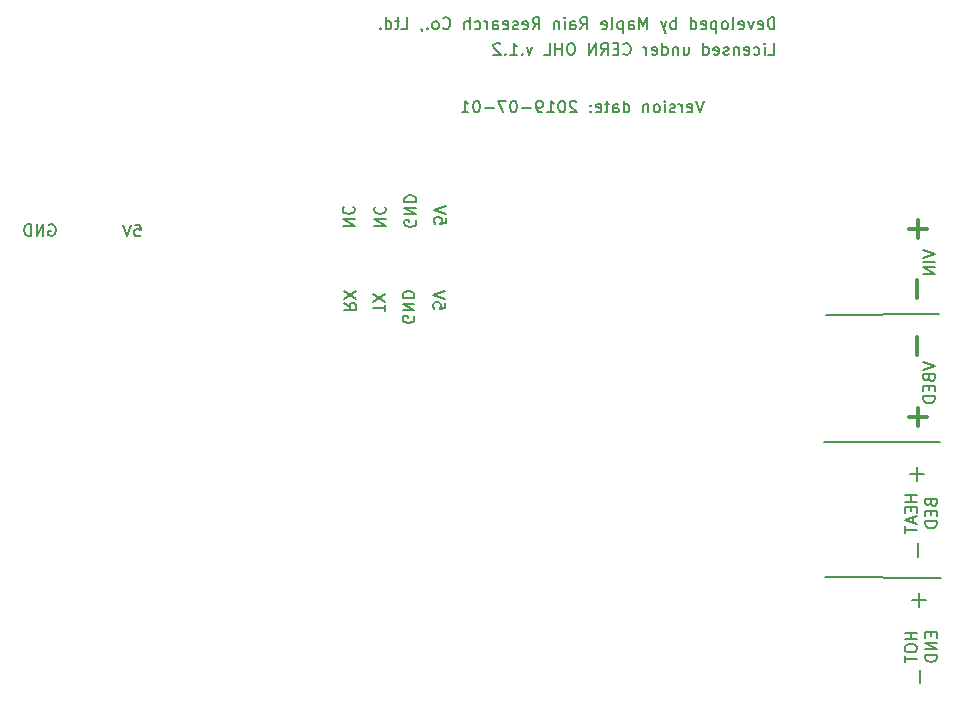
<source format=gbo>
G04 #@! TF.GenerationSoftware,KiCad,Pcbnew,5.0.2-bee76a0~70~ubuntu18.04.1*
G04 #@! TF.CreationDate,2019-07-02T21:44:17+09:00*
G04 #@! TF.ProjectId,MRR_ESPE,4d52525f-4553-4504-952e-6b696361645f,v0.3*
G04 #@! TF.SameCoordinates,Original*
G04 #@! TF.FileFunction,Legend,Bot*
G04 #@! TF.FilePolarity,Positive*
%FSLAX46Y46*%
G04 Gerber Fmt 4.6, Leading zero omitted, Abs format (unit mm)*
G04 Created by KiCad (PCBNEW 5.0.2-bee76a0~70~ubuntu18.04.1) date Tue 02 Jul 2019 09:44:17 PM JST*
%MOMM*%
%LPD*%
G01*
G04 APERTURE LIST*
%ADD10C,0.200000*%
%ADD11C,0.300000*%
G04 APERTURE END LIST*
D10*
X68579904Y-67318000D02*
X68675142Y-67270380D01*
X68818000Y-67270380D01*
X68960857Y-67318000D01*
X69056095Y-67413238D01*
X69103714Y-67508476D01*
X69151333Y-67698952D01*
X69151333Y-67841809D01*
X69103714Y-68032285D01*
X69056095Y-68127523D01*
X68960857Y-68222761D01*
X68818000Y-68270380D01*
X68722761Y-68270380D01*
X68579904Y-68222761D01*
X68532285Y-68175142D01*
X68532285Y-67841809D01*
X68722761Y-67841809D01*
X68103714Y-68270380D02*
X68103714Y-67270380D01*
X67532285Y-68270380D01*
X67532285Y-67270380D01*
X67056095Y-68270380D02*
X67056095Y-67270380D01*
X66818000Y-67270380D01*
X66675142Y-67318000D01*
X66579904Y-67413238D01*
X66532285Y-67508476D01*
X66484666Y-67698952D01*
X66484666Y-67841809D01*
X66532285Y-68032285D01*
X66579904Y-68127523D01*
X66675142Y-68222761D01*
X66818000Y-68270380D01*
X67056095Y-68270380D01*
X75846476Y-67318380D02*
X76322666Y-67318380D01*
X76370285Y-67794571D01*
X76322666Y-67746952D01*
X76227428Y-67699333D01*
X75989333Y-67699333D01*
X75894095Y-67746952D01*
X75846476Y-67794571D01*
X75798857Y-67889809D01*
X75798857Y-68127904D01*
X75846476Y-68223142D01*
X75894095Y-68270761D01*
X75989333Y-68318380D01*
X76227428Y-68318380D01*
X76322666Y-68270761D01*
X76370285Y-68223142D01*
X75513142Y-67318380D02*
X75179809Y-68318380D01*
X74846476Y-67318380D01*
X144150000Y-97200000D02*
X134300000Y-97150000D01*
X144050000Y-85750000D02*
X134200000Y-85750000D01*
X143900000Y-74900000D02*
X134350000Y-74950000D01*
X142052380Y-101859523D02*
X141052380Y-101859523D01*
X141528571Y-101859523D02*
X141528571Y-102430952D01*
X142052380Y-102430952D02*
X141052380Y-102430952D01*
X141052380Y-103097619D02*
X141052380Y-103288095D01*
X141100000Y-103383333D01*
X141195238Y-103478571D01*
X141385714Y-103526190D01*
X141719047Y-103526190D01*
X141909523Y-103478571D01*
X142004761Y-103383333D01*
X142052380Y-103288095D01*
X142052380Y-103097619D01*
X142004761Y-103002380D01*
X141909523Y-102907142D01*
X141719047Y-102859523D01*
X141385714Y-102859523D01*
X141195238Y-102907142D01*
X141100000Y-103002380D01*
X141052380Y-103097619D01*
X141052380Y-103811904D02*
X141052380Y-104383333D01*
X142052380Y-104097619D02*
X141052380Y-104097619D01*
X143228571Y-101811904D02*
X143228571Y-102145238D01*
X143752380Y-102288095D02*
X143752380Y-101811904D01*
X142752380Y-101811904D01*
X142752380Y-102288095D01*
X143752380Y-102716666D02*
X142752380Y-102716666D01*
X143752380Y-103288095D01*
X142752380Y-103288095D01*
X143752380Y-103764285D02*
X142752380Y-103764285D01*
X142752380Y-104002380D01*
X142800000Y-104145238D01*
X142895238Y-104240476D01*
X142990476Y-104288095D01*
X143180952Y-104335714D01*
X143323809Y-104335714D01*
X143514285Y-104288095D01*
X143609523Y-104240476D01*
X143704761Y-104145238D01*
X143752380Y-104002380D01*
X143752380Y-103764285D01*
X142052380Y-90202380D02*
X141052380Y-90202380D01*
X141528571Y-90202380D02*
X141528571Y-90773809D01*
X142052380Y-90773809D02*
X141052380Y-90773809D01*
X141528571Y-91250000D02*
X141528571Y-91583333D01*
X142052380Y-91726190D02*
X142052380Y-91250000D01*
X141052380Y-91250000D01*
X141052380Y-91726190D01*
X141766666Y-92107142D02*
X141766666Y-92583333D01*
X142052380Y-92011904D02*
X141052380Y-92345238D01*
X142052380Y-92678571D01*
X141052380Y-92869047D02*
X141052380Y-93440476D01*
X142052380Y-93154761D02*
X141052380Y-93154761D01*
X143228571Y-90869047D02*
X143276190Y-91011904D01*
X143323809Y-91059523D01*
X143419047Y-91107142D01*
X143561904Y-91107142D01*
X143657142Y-91059523D01*
X143704761Y-91011904D01*
X143752380Y-90916666D01*
X143752380Y-90535714D01*
X142752380Y-90535714D01*
X142752380Y-90869047D01*
X142800000Y-90964285D01*
X142847619Y-91011904D01*
X142942857Y-91059523D01*
X143038095Y-91059523D01*
X143133333Y-91011904D01*
X143180952Y-90964285D01*
X143228571Y-90869047D01*
X143228571Y-90535714D01*
X143228571Y-91535714D02*
X143228571Y-91869047D01*
X143752380Y-92011904D02*
X143752380Y-91535714D01*
X142752380Y-91535714D01*
X142752380Y-92011904D01*
X143752380Y-92440476D02*
X142752380Y-92440476D01*
X142752380Y-92678571D01*
X142800000Y-92821428D01*
X142895238Y-92916666D01*
X142990476Y-92964285D01*
X143180952Y-93011904D01*
X143323809Y-93011904D01*
X143514285Y-92964285D01*
X143609523Y-92916666D01*
X143704761Y-92821428D01*
X143752380Y-92678571D01*
X143752380Y-92440476D01*
X142602380Y-78964285D02*
X143602380Y-79297619D01*
X142602380Y-79630952D01*
X143078571Y-80297619D02*
X143126190Y-80440476D01*
X143173809Y-80488095D01*
X143269047Y-80535714D01*
X143411904Y-80535714D01*
X143507142Y-80488095D01*
X143554761Y-80440476D01*
X143602380Y-80345238D01*
X143602380Y-79964285D01*
X142602380Y-79964285D01*
X142602380Y-80297619D01*
X142650000Y-80392857D01*
X142697619Y-80440476D01*
X142792857Y-80488095D01*
X142888095Y-80488095D01*
X142983333Y-80440476D01*
X143030952Y-80392857D01*
X143078571Y-80297619D01*
X143078571Y-79964285D01*
X143078571Y-80964285D02*
X143078571Y-81297619D01*
X143602380Y-81440476D02*
X143602380Y-80964285D01*
X142602380Y-80964285D01*
X142602380Y-81440476D01*
X143602380Y-81869047D02*
X142602380Y-81869047D01*
X142602380Y-82107142D01*
X142650000Y-82250000D01*
X142745238Y-82345238D01*
X142840476Y-82392857D01*
X143030952Y-82440476D01*
X143173809Y-82440476D01*
X143364285Y-82392857D01*
X143459523Y-82345238D01*
X143554761Y-82250000D01*
X143602380Y-82107142D01*
X143602380Y-81869047D01*
X142602380Y-69454761D02*
X143602380Y-69788095D01*
X142602380Y-70121428D01*
X143602380Y-70454761D02*
X142602380Y-70454761D01*
X143602380Y-70930952D02*
X142602380Y-70930952D01*
X143602380Y-71502380D01*
X142602380Y-71502380D01*
X142317142Y-106136428D02*
X142317142Y-104993571D01*
X142242142Y-99686428D02*
X142242142Y-98543571D01*
X142813571Y-99115000D02*
X141670714Y-99115000D01*
X142057142Y-89006428D02*
X142057142Y-87863571D01*
X142628571Y-88435000D02*
X141485714Y-88435000D01*
X142132142Y-95456428D02*
X142132142Y-94313571D01*
D11*
X141398095Y-67722857D02*
X142921904Y-67722857D01*
X142160000Y-68484761D02*
X142160000Y-66960952D01*
X142052857Y-73541904D02*
X142052857Y-72018095D01*
X141438095Y-83612857D02*
X142961904Y-83612857D01*
X142200000Y-84374761D02*
X142200000Y-82850952D01*
X142082857Y-78331904D02*
X142082857Y-76808095D01*
D10*
X124007714Y-56810380D02*
X123674380Y-57810380D01*
X123341047Y-56810380D01*
X122626761Y-57762761D02*
X122722000Y-57810380D01*
X122912476Y-57810380D01*
X123007714Y-57762761D01*
X123055333Y-57667523D01*
X123055333Y-57286571D01*
X123007714Y-57191333D01*
X122912476Y-57143714D01*
X122722000Y-57143714D01*
X122626761Y-57191333D01*
X122579142Y-57286571D01*
X122579142Y-57381809D01*
X123055333Y-57477047D01*
X122150571Y-57810380D02*
X122150571Y-57143714D01*
X122150571Y-57334190D02*
X122102952Y-57238952D01*
X122055333Y-57191333D01*
X121960095Y-57143714D01*
X121864857Y-57143714D01*
X121579142Y-57762761D02*
X121483904Y-57810380D01*
X121293428Y-57810380D01*
X121198190Y-57762761D01*
X121150571Y-57667523D01*
X121150571Y-57619904D01*
X121198190Y-57524666D01*
X121293428Y-57477047D01*
X121436285Y-57477047D01*
X121531523Y-57429428D01*
X121579142Y-57334190D01*
X121579142Y-57286571D01*
X121531523Y-57191333D01*
X121436285Y-57143714D01*
X121293428Y-57143714D01*
X121198190Y-57191333D01*
X120721999Y-57810380D02*
X120721999Y-57143714D01*
X120721999Y-56810380D02*
X120769619Y-56858000D01*
X120721999Y-56905619D01*
X120674380Y-56858000D01*
X120721999Y-56810380D01*
X120721999Y-56905619D01*
X120102952Y-57810380D02*
X120198190Y-57762761D01*
X120245809Y-57715142D01*
X120293428Y-57619904D01*
X120293428Y-57334190D01*
X120245809Y-57238952D01*
X120198190Y-57191333D01*
X120102952Y-57143714D01*
X119960095Y-57143714D01*
X119864857Y-57191333D01*
X119817238Y-57238952D01*
X119769619Y-57334190D01*
X119769619Y-57619904D01*
X119817238Y-57715142D01*
X119864857Y-57762761D01*
X119960095Y-57810380D01*
X120102952Y-57810380D01*
X119341047Y-57143714D02*
X119341047Y-57810380D01*
X119341047Y-57238952D02*
X119293428Y-57191333D01*
X119198190Y-57143714D01*
X119055333Y-57143714D01*
X118960095Y-57191333D01*
X118912476Y-57286571D01*
X118912476Y-57810380D01*
X117245809Y-57810380D02*
X117245809Y-56810380D01*
X117245809Y-57762761D02*
X117341047Y-57810380D01*
X117531523Y-57810380D01*
X117626761Y-57762761D01*
X117674380Y-57715142D01*
X117721999Y-57619904D01*
X117721999Y-57334190D01*
X117674380Y-57238952D01*
X117626761Y-57191333D01*
X117531523Y-57143714D01*
X117341047Y-57143714D01*
X117245809Y-57191333D01*
X116341047Y-57810380D02*
X116341047Y-57286571D01*
X116388666Y-57191333D01*
X116483904Y-57143714D01*
X116674380Y-57143714D01*
X116769619Y-57191333D01*
X116341047Y-57762761D02*
X116436285Y-57810380D01*
X116674380Y-57810380D01*
X116769619Y-57762761D01*
X116817238Y-57667523D01*
X116817238Y-57572285D01*
X116769619Y-57477047D01*
X116674380Y-57429428D01*
X116436285Y-57429428D01*
X116341047Y-57381809D01*
X116007714Y-57143714D02*
X115626761Y-57143714D01*
X115864857Y-56810380D02*
X115864857Y-57667523D01*
X115817238Y-57762761D01*
X115721999Y-57810380D01*
X115626761Y-57810380D01*
X114912476Y-57762761D02*
X115007714Y-57810380D01*
X115198190Y-57810380D01*
X115293428Y-57762761D01*
X115341047Y-57667523D01*
X115341047Y-57286571D01*
X115293428Y-57191333D01*
X115198190Y-57143714D01*
X115007714Y-57143714D01*
X114912476Y-57191333D01*
X114864857Y-57286571D01*
X114864857Y-57381809D01*
X115341047Y-57477047D01*
X114436285Y-57715142D02*
X114388666Y-57762761D01*
X114436285Y-57810380D01*
X114483904Y-57762761D01*
X114436285Y-57715142D01*
X114436285Y-57810380D01*
X114436285Y-57191333D02*
X114388666Y-57238952D01*
X114436285Y-57286571D01*
X114483904Y-57238952D01*
X114436285Y-57191333D01*
X114436285Y-57286571D01*
X113245809Y-56905619D02*
X113198190Y-56858000D01*
X113102952Y-56810380D01*
X112864857Y-56810380D01*
X112769619Y-56858000D01*
X112721999Y-56905619D01*
X112674380Y-57000857D01*
X112674380Y-57096095D01*
X112721999Y-57238952D01*
X113293428Y-57810380D01*
X112674380Y-57810380D01*
X112055333Y-56810380D02*
X111960095Y-56810380D01*
X111864857Y-56858000D01*
X111817238Y-56905619D01*
X111769619Y-57000857D01*
X111721999Y-57191333D01*
X111721999Y-57429428D01*
X111769619Y-57619904D01*
X111817238Y-57715142D01*
X111864857Y-57762761D01*
X111960095Y-57810380D01*
X112055333Y-57810380D01*
X112150571Y-57762761D01*
X112198190Y-57715142D01*
X112245809Y-57619904D01*
X112293428Y-57429428D01*
X112293428Y-57191333D01*
X112245809Y-57000857D01*
X112198190Y-56905619D01*
X112150571Y-56858000D01*
X112055333Y-56810380D01*
X110769619Y-57810380D02*
X111341047Y-57810380D01*
X111055333Y-57810380D02*
X111055333Y-56810380D01*
X111150571Y-56953238D01*
X111245809Y-57048476D01*
X111341047Y-57096095D01*
X110293428Y-57810380D02*
X110102952Y-57810380D01*
X110007714Y-57762761D01*
X109960095Y-57715142D01*
X109864857Y-57572285D01*
X109817238Y-57381809D01*
X109817238Y-57000857D01*
X109864857Y-56905619D01*
X109912476Y-56858000D01*
X110007714Y-56810380D01*
X110198190Y-56810380D01*
X110293428Y-56858000D01*
X110341047Y-56905619D01*
X110388666Y-57000857D01*
X110388666Y-57238952D01*
X110341047Y-57334190D01*
X110293428Y-57381809D01*
X110198190Y-57429428D01*
X110007714Y-57429428D01*
X109912476Y-57381809D01*
X109864857Y-57334190D01*
X109817238Y-57238952D01*
X109388666Y-57429428D02*
X108626761Y-57429428D01*
X107960095Y-56810380D02*
X107864857Y-56810380D01*
X107769619Y-56858000D01*
X107721999Y-56905619D01*
X107674380Y-57000857D01*
X107626761Y-57191333D01*
X107626761Y-57429428D01*
X107674380Y-57619904D01*
X107721999Y-57715142D01*
X107769619Y-57762761D01*
X107864857Y-57810380D01*
X107960095Y-57810380D01*
X108055333Y-57762761D01*
X108102952Y-57715142D01*
X108150571Y-57619904D01*
X108198190Y-57429428D01*
X108198190Y-57191333D01*
X108150571Y-57000857D01*
X108102952Y-56905619D01*
X108055333Y-56858000D01*
X107960095Y-56810380D01*
X107293428Y-56810380D02*
X106626761Y-56810380D01*
X107055333Y-57810380D01*
X106245809Y-57429428D02*
X105483904Y-57429428D01*
X104817238Y-56810380D02*
X104721999Y-56810380D01*
X104626761Y-56858000D01*
X104579142Y-56905619D01*
X104531523Y-57000857D01*
X104483904Y-57191333D01*
X104483904Y-57429428D01*
X104531523Y-57619904D01*
X104579142Y-57715142D01*
X104626761Y-57762761D01*
X104721999Y-57810380D01*
X104817238Y-57810380D01*
X104912476Y-57762761D01*
X104960095Y-57715142D01*
X105007714Y-57619904D01*
X105055333Y-57429428D01*
X105055333Y-57191333D01*
X105007714Y-57000857D01*
X104960095Y-56905619D01*
X104912476Y-56858000D01*
X104817238Y-56810380D01*
X103531523Y-57810380D02*
X104102952Y-57810380D01*
X103817238Y-57810380D02*
X103817238Y-56810380D01*
X103912476Y-56953238D01*
X104007714Y-57048476D01*
X104102952Y-57096095D01*
X130002476Y-50770380D02*
X130002476Y-49770380D01*
X129764380Y-49770380D01*
X129621523Y-49818000D01*
X129526285Y-49913238D01*
X129478666Y-50008476D01*
X129431047Y-50198952D01*
X129431047Y-50341809D01*
X129478666Y-50532285D01*
X129526285Y-50627523D01*
X129621523Y-50722761D01*
X129764380Y-50770380D01*
X130002476Y-50770380D01*
X128621523Y-50722761D02*
X128716761Y-50770380D01*
X128907238Y-50770380D01*
X129002476Y-50722761D01*
X129050095Y-50627523D01*
X129050095Y-50246571D01*
X129002476Y-50151333D01*
X128907238Y-50103714D01*
X128716761Y-50103714D01*
X128621523Y-50151333D01*
X128573904Y-50246571D01*
X128573904Y-50341809D01*
X129050095Y-50437047D01*
X128240571Y-50103714D02*
X128002476Y-50770380D01*
X127764380Y-50103714D01*
X127002476Y-50722761D02*
X127097714Y-50770380D01*
X127288190Y-50770380D01*
X127383428Y-50722761D01*
X127431047Y-50627523D01*
X127431047Y-50246571D01*
X127383428Y-50151333D01*
X127288190Y-50103714D01*
X127097714Y-50103714D01*
X127002476Y-50151333D01*
X126954857Y-50246571D01*
X126954857Y-50341809D01*
X127431047Y-50437047D01*
X126383428Y-50770380D02*
X126478666Y-50722761D01*
X126526285Y-50627523D01*
X126526285Y-49770380D01*
X125859619Y-50770380D02*
X125954857Y-50722761D01*
X126002476Y-50675142D01*
X126050095Y-50579904D01*
X126050095Y-50294190D01*
X126002476Y-50198952D01*
X125954857Y-50151333D01*
X125859619Y-50103714D01*
X125716761Y-50103714D01*
X125621523Y-50151333D01*
X125573904Y-50198952D01*
X125526285Y-50294190D01*
X125526285Y-50579904D01*
X125573904Y-50675142D01*
X125621523Y-50722761D01*
X125716761Y-50770380D01*
X125859619Y-50770380D01*
X125097714Y-50103714D02*
X125097714Y-51103714D01*
X125097714Y-50151333D02*
X125002476Y-50103714D01*
X124812000Y-50103714D01*
X124716761Y-50151333D01*
X124669142Y-50198952D01*
X124621523Y-50294190D01*
X124621523Y-50579904D01*
X124669142Y-50675142D01*
X124716761Y-50722761D01*
X124812000Y-50770380D01*
X125002476Y-50770380D01*
X125097714Y-50722761D01*
X123812000Y-50722761D02*
X123907238Y-50770380D01*
X124097714Y-50770380D01*
X124192952Y-50722761D01*
X124240571Y-50627523D01*
X124240571Y-50246571D01*
X124192952Y-50151333D01*
X124097714Y-50103714D01*
X123907238Y-50103714D01*
X123812000Y-50151333D01*
X123764380Y-50246571D01*
X123764380Y-50341809D01*
X124240571Y-50437047D01*
X122907238Y-50770380D02*
X122907238Y-49770380D01*
X122907238Y-50722761D02*
X123002476Y-50770380D01*
X123192952Y-50770380D01*
X123288190Y-50722761D01*
X123335809Y-50675142D01*
X123383428Y-50579904D01*
X123383428Y-50294190D01*
X123335809Y-50198952D01*
X123288190Y-50151333D01*
X123192952Y-50103714D01*
X123002476Y-50103714D01*
X122907238Y-50151333D01*
X121669142Y-50770380D02*
X121669142Y-49770380D01*
X121669142Y-50151333D02*
X121573904Y-50103714D01*
X121383428Y-50103714D01*
X121288190Y-50151333D01*
X121240571Y-50198952D01*
X121192952Y-50294190D01*
X121192952Y-50579904D01*
X121240571Y-50675142D01*
X121288190Y-50722761D01*
X121383428Y-50770380D01*
X121573904Y-50770380D01*
X121669142Y-50722761D01*
X120859619Y-50103714D02*
X120621523Y-50770380D01*
X120383428Y-50103714D02*
X120621523Y-50770380D01*
X120716761Y-51008476D01*
X120764380Y-51056095D01*
X120859619Y-51103714D01*
X119240571Y-50770380D02*
X119240571Y-49770380D01*
X118907238Y-50484666D01*
X118573904Y-49770380D01*
X118573904Y-50770380D01*
X117669142Y-50770380D02*
X117669142Y-50246571D01*
X117716761Y-50151333D01*
X117812000Y-50103714D01*
X118002476Y-50103714D01*
X118097714Y-50151333D01*
X117669142Y-50722761D02*
X117764380Y-50770380D01*
X118002476Y-50770380D01*
X118097714Y-50722761D01*
X118145333Y-50627523D01*
X118145333Y-50532285D01*
X118097714Y-50437047D01*
X118002476Y-50389428D01*
X117764380Y-50389428D01*
X117669142Y-50341809D01*
X117192952Y-50103714D02*
X117192952Y-51103714D01*
X117192952Y-50151333D02*
X117097714Y-50103714D01*
X116907238Y-50103714D01*
X116812000Y-50151333D01*
X116764380Y-50198952D01*
X116716761Y-50294190D01*
X116716761Y-50579904D01*
X116764380Y-50675142D01*
X116812000Y-50722761D01*
X116907238Y-50770380D01*
X117097714Y-50770380D01*
X117192952Y-50722761D01*
X116145333Y-50770380D02*
X116240571Y-50722761D01*
X116288190Y-50627523D01*
X116288190Y-49770380D01*
X115383428Y-50722761D02*
X115478666Y-50770380D01*
X115669142Y-50770380D01*
X115764380Y-50722761D01*
X115812000Y-50627523D01*
X115812000Y-50246571D01*
X115764380Y-50151333D01*
X115669142Y-50103714D01*
X115478666Y-50103714D01*
X115383428Y-50151333D01*
X115335809Y-50246571D01*
X115335809Y-50341809D01*
X115812000Y-50437047D01*
X113573904Y-50770380D02*
X113907238Y-50294190D01*
X114145333Y-50770380D02*
X114145333Y-49770380D01*
X113764380Y-49770380D01*
X113669142Y-49818000D01*
X113621523Y-49865619D01*
X113573904Y-49960857D01*
X113573904Y-50103714D01*
X113621523Y-50198952D01*
X113669142Y-50246571D01*
X113764380Y-50294190D01*
X114145333Y-50294190D01*
X112716761Y-50770380D02*
X112716761Y-50246571D01*
X112764380Y-50151333D01*
X112859619Y-50103714D01*
X113050095Y-50103714D01*
X113145333Y-50151333D01*
X112716761Y-50722761D02*
X112812000Y-50770380D01*
X113050095Y-50770380D01*
X113145333Y-50722761D01*
X113192952Y-50627523D01*
X113192952Y-50532285D01*
X113145333Y-50437047D01*
X113050095Y-50389428D01*
X112812000Y-50389428D01*
X112716761Y-50341809D01*
X112240571Y-50770380D02*
X112240571Y-50103714D01*
X112240571Y-49770380D02*
X112288190Y-49818000D01*
X112240571Y-49865619D01*
X112192952Y-49818000D01*
X112240571Y-49770380D01*
X112240571Y-49865619D01*
X111764380Y-50103714D02*
X111764380Y-50770380D01*
X111764380Y-50198952D02*
X111716761Y-50151333D01*
X111621523Y-50103714D01*
X111478666Y-50103714D01*
X111383428Y-50151333D01*
X111335809Y-50246571D01*
X111335809Y-50770380D01*
X109526285Y-50770380D02*
X109859619Y-50294190D01*
X110097714Y-50770380D02*
X110097714Y-49770380D01*
X109716761Y-49770380D01*
X109621523Y-49818000D01*
X109573904Y-49865619D01*
X109526285Y-49960857D01*
X109526285Y-50103714D01*
X109573904Y-50198952D01*
X109621523Y-50246571D01*
X109716761Y-50294190D01*
X110097714Y-50294190D01*
X108716761Y-50722761D02*
X108812000Y-50770380D01*
X109002476Y-50770380D01*
X109097714Y-50722761D01*
X109145333Y-50627523D01*
X109145333Y-50246571D01*
X109097714Y-50151333D01*
X109002476Y-50103714D01*
X108812000Y-50103714D01*
X108716761Y-50151333D01*
X108669142Y-50246571D01*
X108669142Y-50341809D01*
X109145333Y-50437047D01*
X108288190Y-50722761D02*
X108192952Y-50770380D01*
X108002476Y-50770380D01*
X107907238Y-50722761D01*
X107859619Y-50627523D01*
X107859619Y-50579904D01*
X107907238Y-50484666D01*
X108002476Y-50437047D01*
X108145333Y-50437047D01*
X108240571Y-50389428D01*
X108288190Y-50294190D01*
X108288190Y-50246571D01*
X108240571Y-50151333D01*
X108145333Y-50103714D01*
X108002476Y-50103714D01*
X107907238Y-50151333D01*
X107050095Y-50722761D02*
X107145333Y-50770380D01*
X107335809Y-50770380D01*
X107431047Y-50722761D01*
X107478666Y-50627523D01*
X107478666Y-50246571D01*
X107431047Y-50151333D01*
X107335809Y-50103714D01*
X107145333Y-50103714D01*
X107050095Y-50151333D01*
X107002476Y-50246571D01*
X107002476Y-50341809D01*
X107478666Y-50437047D01*
X106145333Y-50770380D02*
X106145333Y-50246571D01*
X106192952Y-50151333D01*
X106288190Y-50103714D01*
X106478666Y-50103714D01*
X106573904Y-50151333D01*
X106145333Y-50722761D02*
X106240571Y-50770380D01*
X106478666Y-50770380D01*
X106573904Y-50722761D01*
X106621523Y-50627523D01*
X106621523Y-50532285D01*
X106573904Y-50437047D01*
X106478666Y-50389428D01*
X106240571Y-50389428D01*
X106145333Y-50341809D01*
X105669142Y-50770380D02*
X105669142Y-50103714D01*
X105669142Y-50294190D02*
X105621523Y-50198952D01*
X105573904Y-50151333D01*
X105478666Y-50103714D01*
X105383428Y-50103714D01*
X104621523Y-50722761D02*
X104716761Y-50770380D01*
X104907238Y-50770380D01*
X105002476Y-50722761D01*
X105050095Y-50675142D01*
X105097714Y-50579904D01*
X105097714Y-50294190D01*
X105050095Y-50198952D01*
X105002476Y-50151333D01*
X104907238Y-50103714D01*
X104716761Y-50103714D01*
X104621523Y-50151333D01*
X104192952Y-50770380D02*
X104192952Y-49770380D01*
X103764380Y-50770380D02*
X103764380Y-50246571D01*
X103812000Y-50151333D01*
X103907238Y-50103714D01*
X104050095Y-50103714D01*
X104145333Y-50151333D01*
X104192952Y-50198952D01*
X101954857Y-50675142D02*
X102002476Y-50722761D01*
X102145333Y-50770380D01*
X102240571Y-50770380D01*
X102383428Y-50722761D01*
X102478666Y-50627523D01*
X102526285Y-50532285D01*
X102573904Y-50341809D01*
X102573904Y-50198952D01*
X102526285Y-50008476D01*
X102478666Y-49913238D01*
X102383428Y-49818000D01*
X102240571Y-49770380D01*
X102145333Y-49770380D01*
X102002476Y-49818000D01*
X101954857Y-49865619D01*
X101383428Y-50770380D02*
X101478666Y-50722761D01*
X101526285Y-50675142D01*
X101573904Y-50579904D01*
X101573904Y-50294190D01*
X101526285Y-50198952D01*
X101478666Y-50151333D01*
X101383428Y-50103714D01*
X101240571Y-50103714D01*
X101145333Y-50151333D01*
X101097714Y-50198952D01*
X101050095Y-50294190D01*
X101050095Y-50579904D01*
X101097714Y-50675142D01*
X101145333Y-50722761D01*
X101240571Y-50770380D01*
X101383428Y-50770380D01*
X100621523Y-50675142D02*
X100573904Y-50722761D01*
X100621523Y-50770380D01*
X100669142Y-50722761D01*
X100621523Y-50675142D01*
X100621523Y-50770380D01*
X100097714Y-50722761D02*
X100097714Y-50770380D01*
X100145333Y-50865619D01*
X100192952Y-50913238D01*
X98431047Y-50770380D02*
X98907238Y-50770380D01*
X98907238Y-49770380D01*
X98240571Y-50103714D02*
X97859619Y-50103714D01*
X98097714Y-49770380D02*
X98097714Y-50627523D01*
X98050095Y-50722761D01*
X97954857Y-50770380D01*
X97859619Y-50770380D01*
X97097714Y-50770380D02*
X97097714Y-49770380D01*
X97097714Y-50722761D02*
X97192952Y-50770380D01*
X97383428Y-50770380D01*
X97478666Y-50722761D01*
X97526285Y-50675142D01*
X97573904Y-50579904D01*
X97573904Y-50294190D01*
X97526285Y-50198952D01*
X97478666Y-50151333D01*
X97383428Y-50103714D01*
X97192952Y-50103714D01*
X97097714Y-50151333D01*
X96621523Y-50675142D02*
X96573904Y-50722761D01*
X96621523Y-50770380D01*
X96669142Y-50722761D01*
X96621523Y-50675142D01*
X96621523Y-50770380D01*
X129502952Y-52950380D02*
X129979142Y-52950380D01*
X129979142Y-51950380D01*
X129169619Y-52950380D02*
X129169619Y-52283714D01*
X129169619Y-51950380D02*
X129217238Y-51998000D01*
X129169619Y-52045619D01*
X129122000Y-51998000D01*
X129169619Y-51950380D01*
X129169619Y-52045619D01*
X128264857Y-52902761D02*
X128360095Y-52950380D01*
X128550571Y-52950380D01*
X128645809Y-52902761D01*
X128693428Y-52855142D01*
X128741047Y-52759904D01*
X128741047Y-52474190D01*
X128693428Y-52378952D01*
X128645809Y-52331333D01*
X128550571Y-52283714D01*
X128360095Y-52283714D01*
X128264857Y-52331333D01*
X127455333Y-52902761D02*
X127550571Y-52950380D01*
X127741047Y-52950380D01*
X127836285Y-52902761D01*
X127883904Y-52807523D01*
X127883904Y-52426571D01*
X127836285Y-52331333D01*
X127741047Y-52283714D01*
X127550571Y-52283714D01*
X127455333Y-52331333D01*
X127407714Y-52426571D01*
X127407714Y-52521809D01*
X127883904Y-52617047D01*
X126979142Y-52283714D02*
X126979142Y-52950380D01*
X126979142Y-52378952D02*
X126931523Y-52331333D01*
X126836285Y-52283714D01*
X126693428Y-52283714D01*
X126598190Y-52331333D01*
X126550571Y-52426571D01*
X126550571Y-52950380D01*
X126122000Y-52902761D02*
X126026761Y-52950380D01*
X125836285Y-52950380D01*
X125741047Y-52902761D01*
X125693428Y-52807523D01*
X125693428Y-52759904D01*
X125741047Y-52664666D01*
X125836285Y-52617047D01*
X125979142Y-52617047D01*
X126074380Y-52569428D01*
X126122000Y-52474190D01*
X126122000Y-52426571D01*
X126074380Y-52331333D01*
X125979142Y-52283714D01*
X125836285Y-52283714D01*
X125741047Y-52331333D01*
X124883904Y-52902761D02*
X124979142Y-52950380D01*
X125169619Y-52950380D01*
X125264857Y-52902761D01*
X125312476Y-52807523D01*
X125312476Y-52426571D01*
X125264857Y-52331333D01*
X125169619Y-52283714D01*
X124979142Y-52283714D01*
X124883904Y-52331333D01*
X124836285Y-52426571D01*
X124836285Y-52521809D01*
X125312476Y-52617047D01*
X123979142Y-52950380D02*
X123979142Y-51950380D01*
X123979142Y-52902761D02*
X124074380Y-52950380D01*
X124264857Y-52950380D01*
X124360095Y-52902761D01*
X124407714Y-52855142D01*
X124455333Y-52759904D01*
X124455333Y-52474190D01*
X124407714Y-52378952D01*
X124360095Y-52331333D01*
X124264857Y-52283714D01*
X124074380Y-52283714D01*
X123979142Y-52331333D01*
X122312476Y-52283714D02*
X122312476Y-52950380D01*
X122741047Y-52283714D02*
X122741047Y-52807523D01*
X122693428Y-52902761D01*
X122598190Y-52950380D01*
X122455333Y-52950380D01*
X122360095Y-52902761D01*
X122312476Y-52855142D01*
X121836285Y-52283714D02*
X121836285Y-52950380D01*
X121836285Y-52378952D02*
X121788666Y-52331333D01*
X121693428Y-52283714D01*
X121550571Y-52283714D01*
X121455333Y-52331333D01*
X121407714Y-52426571D01*
X121407714Y-52950380D01*
X120502952Y-52950380D02*
X120502952Y-51950380D01*
X120502952Y-52902761D02*
X120598190Y-52950380D01*
X120788666Y-52950380D01*
X120883904Y-52902761D01*
X120931523Y-52855142D01*
X120979142Y-52759904D01*
X120979142Y-52474190D01*
X120931523Y-52378952D01*
X120883904Y-52331333D01*
X120788666Y-52283714D01*
X120598190Y-52283714D01*
X120502952Y-52331333D01*
X119645809Y-52902761D02*
X119741047Y-52950380D01*
X119931523Y-52950380D01*
X120026761Y-52902761D01*
X120074380Y-52807523D01*
X120074380Y-52426571D01*
X120026761Y-52331333D01*
X119931523Y-52283714D01*
X119741047Y-52283714D01*
X119645809Y-52331333D01*
X119598190Y-52426571D01*
X119598190Y-52521809D01*
X120074380Y-52617047D01*
X119169619Y-52950380D02*
X119169619Y-52283714D01*
X119169619Y-52474190D02*
X119122000Y-52378952D01*
X119074380Y-52331333D01*
X118979142Y-52283714D01*
X118883904Y-52283714D01*
X117217238Y-52855142D02*
X117264857Y-52902761D01*
X117407714Y-52950380D01*
X117502952Y-52950380D01*
X117645809Y-52902761D01*
X117741047Y-52807523D01*
X117788666Y-52712285D01*
X117836285Y-52521809D01*
X117836285Y-52378952D01*
X117788666Y-52188476D01*
X117741047Y-52093238D01*
X117645809Y-51998000D01*
X117502952Y-51950380D01*
X117407714Y-51950380D01*
X117264857Y-51998000D01*
X117217238Y-52045619D01*
X116788666Y-52426571D02*
X116455333Y-52426571D01*
X116312476Y-52950380D02*
X116788666Y-52950380D01*
X116788666Y-51950380D01*
X116312476Y-51950380D01*
X115312476Y-52950380D02*
X115645809Y-52474190D01*
X115883904Y-52950380D02*
X115883904Y-51950380D01*
X115502952Y-51950380D01*
X115407714Y-51998000D01*
X115360095Y-52045619D01*
X115312476Y-52140857D01*
X115312476Y-52283714D01*
X115360095Y-52378952D01*
X115407714Y-52426571D01*
X115502952Y-52474190D01*
X115883904Y-52474190D01*
X114883904Y-52950380D02*
X114883904Y-51950380D01*
X114312476Y-52950380D01*
X114312476Y-51950380D01*
X112883904Y-51950380D02*
X112693428Y-51950380D01*
X112598190Y-51998000D01*
X112502952Y-52093238D01*
X112455333Y-52283714D01*
X112455333Y-52617047D01*
X112502952Y-52807523D01*
X112598190Y-52902761D01*
X112693428Y-52950380D01*
X112883904Y-52950380D01*
X112979142Y-52902761D01*
X113074380Y-52807523D01*
X113122000Y-52617047D01*
X113122000Y-52283714D01*
X113074380Y-52093238D01*
X112979142Y-51998000D01*
X112883904Y-51950380D01*
X112026761Y-52950380D02*
X112026761Y-51950380D01*
X112026761Y-52426571D02*
X111455333Y-52426571D01*
X111455333Y-52950380D02*
X111455333Y-51950380D01*
X110502952Y-52950380D02*
X110979142Y-52950380D01*
X110979142Y-51950380D01*
X109502952Y-52283714D02*
X109264857Y-52950380D01*
X109026761Y-52283714D01*
X108645809Y-52855142D02*
X108598190Y-52902761D01*
X108645809Y-52950380D01*
X108693428Y-52902761D01*
X108645809Y-52855142D01*
X108645809Y-52950380D01*
X107645809Y-52950380D02*
X108217238Y-52950380D01*
X107931523Y-52950380D02*
X107931523Y-51950380D01*
X108026761Y-52093238D01*
X108122000Y-52188476D01*
X108217238Y-52236095D01*
X107217238Y-52855142D02*
X107169619Y-52902761D01*
X107217238Y-52950380D01*
X107264857Y-52902761D01*
X107217238Y-52855142D01*
X107217238Y-52950380D01*
X106788666Y-52045619D02*
X106741047Y-51998000D01*
X106645809Y-51950380D01*
X106407714Y-51950380D01*
X106312476Y-51998000D01*
X106264857Y-52045619D01*
X106217238Y-52140857D01*
X106217238Y-52236095D01*
X106264857Y-52378952D01*
X106836285Y-52950380D01*
X106217238Y-52950380D01*
X93552819Y-73941683D02*
X94029009Y-74275017D01*
X93552819Y-74513112D02*
X94552819Y-74513112D01*
X94552819Y-74132159D01*
X94505200Y-74036921D01*
X94457580Y-73989302D01*
X94362342Y-73941683D01*
X94219485Y-73941683D01*
X94124247Y-73989302D01*
X94076628Y-74036921D01*
X94029009Y-74132159D01*
X94029009Y-74513112D01*
X94552819Y-73608350D02*
X93552819Y-72941683D01*
X94552819Y-72941683D02*
X93552819Y-73608350D01*
X97052819Y-74661921D02*
X97052819Y-74090493D01*
X96052819Y-74376207D02*
X97052819Y-74376207D01*
X97052819Y-73852397D02*
X96052819Y-73185731D01*
X97052819Y-73185731D02*
X96052819Y-73852397D01*
X93452819Y-67410731D02*
X94452819Y-67410731D01*
X93452819Y-66839302D01*
X94452819Y-66839302D01*
X93548057Y-65791683D02*
X93500438Y-65839302D01*
X93452819Y-65982159D01*
X93452819Y-66077397D01*
X93500438Y-66220255D01*
X93595676Y-66315493D01*
X93690914Y-66363112D01*
X93881390Y-66410731D01*
X94024247Y-66410731D01*
X94214723Y-66363112D01*
X94309961Y-66315493D01*
X94405200Y-66220255D01*
X94452819Y-66077397D01*
X94452819Y-65982159D01*
X94405200Y-65839302D01*
X94357580Y-65791683D01*
X96102819Y-67410731D02*
X97102819Y-67410731D01*
X96102819Y-66839302D01*
X97102819Y-66839302D01*
X96198057Y-65791683D02*
X96150438Y-65839302D01*
X96102819Y-65982159D01*
X96102819Y-66077397D01*
X96150438Y-66220255D01*
X96245676Y-66315493D01*
X96340914Y-66363112D01*
X96531390Y-66410731D01*
X96674247Y-66410731D01*
X96864723Y-66363112D01*
X96959961Y-66315493D01*
X97055200Y-66220255D01*
X97102819Y-66077397D01*
X97102819Y-65982159D01*
X97055200Y-65839302D01*
X97007580Y-65791683D01*
X99630200Y-66936921D02*
X99677819Y-67032159D01*
X99677819Y-67175017D01*
X99630200Y-67317874D01*
X99534961Y-67413112D01*
X99439723Y-67460731D01*
X99249247Y-67508350D01*
X99106390Y-67508350D01*
X98915914Y-67460731D01*
X98820676Y-67413112D01*
X98725438Y-67317874D01*
X98677819Y-67175017D01*
X98677819Y-67079778D01*
X98725438Y-66936921D01*
X98773057Y-66889302D01*
X99106390Y-66889302D01*
X99106390Y-67079778D01*
X98677819Y-66460731D02*
X99677819Y-66460731D01*
X98677819Y-65889302D01*
X99677819Y-65889302D01*
X98677819Y-65413112D02*
X99677819Y-65413112D01*
X99677819Y-65175017D01*
X99630200Y-65032159D01*
X99534961Y-64936921D01*
X99439723Y-64889302D01*
X99249247Y-64841683D01*
X99106390Y-64841683D01*
X98915914Y-64889302D01*
X98820676Y-64936921D01*
X98725438Y-65032159D01*
X98677819Y-65175017D01*
X98677819Y-65413112D01*
X99480200Y-75061921D02*
X99527819Y-75157159D01*
X99527819Y-75300017D01*
X99480200Y-75442874D01*
X99384961Y-75538112D01*
X99289723Y-75585731D01*
X99099247Y-75633350D01*
X98956390Y-75633350D01*
X98765914Y-75585731D01*
X98670676Y-75538112D01*
X98575438Y-75442874D01*
X98527819Y-75300017D01*
X98527819Y-75204778D01*
X98575438Y-75061921D01*
X98623057Y-75014302D01*
X98956390Y-75014302D01*
X98956390Y-75204778D01*
X98527819Y-74585731D02*
X99527819Y-74585731D01*
X98527819Y-74014302D01*
X99527819Y-74014302D01*
X98527819Y-73538112D02*
X99527819Y-73538112D01*
X99527819Y-73300017D01*
X99480200Y-73157159D01*
X99384961Y-73061921D01*
X99289723Y-73014302D01*
X99099247Y-72966683D01*
X98956390Y-72966683D01*
X98765914Y-73014302D01*
X98670676Y-73061921D01*
X98575438Y-73157159D01*
X98527819Y-73300017D01*
X98527819Y-73538112D01*
X102127819Y-73940493D02*
X102127819Y-74416683D01*
X101651628Y-74464302D01*
X101699247Y-74416683D01*
X101746866Y-74321445D01*
X101746866Y-74083350D01*
X101699247Y-73988112D01*
X101651628Y-73940493D01*
X101556390Y-73892874D01*
X101318295Y-73892874D01*
X101223057Y-73940493D01*
X101175438Y-73988112D01*
X101127819Y-74083350D01*
X101127819Y-74321445D01*
X101175438Y-74416683D01*
X101223057Y-74464302D01*
X102127819Y-73607159D02*
X101127819Y-73273826D01*
X102127819Y-72940493D01*
X102202819Y-66715493D02*
X102202819Y-67191683D01*
X101726628Y-67239302D01*
X101774247Y-67191683D01*
X101821866Y-67096445D01*
X101821866Y-66858350D01*
X101774247Y-66763112D01*
X101726628Y-66715493D01*
X101631390Y-66667874D01*
X101393295Y-66667874D01*
X101298057Y-66715493D01*
X101250438Y-66763112D01*
X101202819Y-66858350D01*
X101202819Y-67096445D01*
X101250438Y-67191683D01*
X101298057Y-67239302D01*
X102202819Y-66382159D02*
X101202819Y-66048826D01*
X102202819Y-65715493D01*
M02*

</source>
